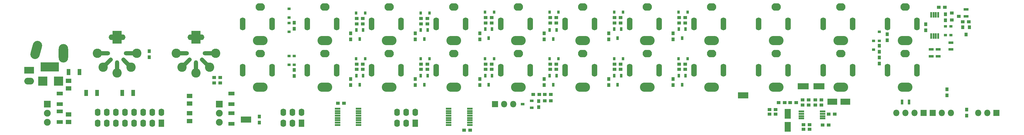
<source format=gbs>
G04 #@! TF.FileFunction,Soldermask,Bot*
%FSLAX46Y46*%
G04 Gerber Fmt 4.6, Leading zero omitted, Abs format (unit mm)*
G04 Created by KiCad (PCBNEW 4.0.2-stable) date 2019-06-10 2:57:16 PM*
%MOMM*%
G01*
G04 APERTURE LIST*
%ADD10C,0.200000*%
%ADD11R,1.000000X0.900000*%
%ADD12R,1.100000X1.700000*%
%ADD13R,1.700000X1.100000*%
%ADD14R,1.700000X2.700000*%
%ADD15R,3.100000X1.700000*%
%ADD16R,0.900000X1.000000*%
%ADD17R,2.700000X1.700000*%
%ADD18R,5.180000X2.640000*%
%ADD19O,2.640000X5.180000*%
%ADD20C,2.640000*%
%ADD21R,0.862000X0.709600*%
%ADD22R,0.709600X0.862000*%
%ADD23R,2.497760X2.497760*%
%ADD24R,1.600000X2.100000*%
%ADD25O,1.600000X2.100000*%
%ADD26O,4.100000X2.600000*%
%ADD27O,2.600000X2.100000*%
%ADD28O,1.600000X3.600000*%
%ADD29R,1.497000X1.243000*%
%ADD30R,2.700000X1.900000*%
%ADD31O,2.700000X1.900000*%
%ADD32R,1.800000X1.800000*%
%ADD33O,1.800000X1.800000*%
%ADD34R,0.801040X1.100760*%
%ADD35R,1.400000X0.800000*%
%ADD36R,2.900000X1.700000*%
%ADD37R,1.600000X0.550000*%
%ADD38C,2.600000*%
%ADD39R,2.600000X3.600000*%
%ADD40O,4.700000X1.550000*%
%ADD41O,4.400000X1.200000*%
%ADD42O,1.200000X4.400000*%
%ADD43C,1.200000*%
%ADD44R,1.900000X1.900000*%
%ADD45C,1.900000*%
%ADD46R,0.800000X1.400000*%
%ADD47R,1.100760X0.801040*%
%ADD48R,1.550000X0.550000*%
%ADD49R,0.550000X1.550000*%
G04 APERTURE END LIST*
D10*
D11*
X66150000Y-79000000D03*
X67850000Y-79000000D03*
X137600000Y-93750000D03*
X135900000Y-93750000D03*
X100650000Y-86250000D03*
X102350000Y-86250000D03*
D12*
X25500000Y-77500000D03*
X28500000Y-77500000D03*
D13*
X23000000Y-86500000D03*
X23000000Y-83500000D03*
X70950000Y-83500000D03*
X70950000Y-86500000D03*
X23000000Y-91500000D03*
X23000000Y-88500000D03*
X70950000Y-92000000D03*
X70950000Y-89000000D03*
D12*
X33400000Y-83300000D03*
X30400000Y-83300000D03*
X40500000Y-83300000D03*
X43500000Y-83300000D03*
D14*
X226250000Y-92800000D03*
X226250000Y-89200000D03*
D11*
X232350000Y-93500000D03*
X230650000Y-93500000D03*
X235950000Y-92300000D03*
X237650000Y-92300000D03*
X230400000Y-86750000D03*
X232100000Y-86750000D03*
D15*
X230550000Y-81500000D03*
X234950000Y-81500000D03*
D11*
X233900000Y-85250000D03*
X235600000Y-85250000D03*
X270050000Y-59400000D03*
X268350000Y-59400000D03*
D16*
X264750000Y-65800000D03*
X264750000Y-64100000D03*
D17*
X242300000Y-85750000D03*
X238700000Y-85750000D03*
D18*
X20250000Y-76060000D03*
D19*
X24060000Y-72250000D03*
D20*
X16768700Y-70023274D02*
X16111300Y-72476726D01*
D21*
X87000000Y-63755400D03*
X87000000Y-66244600D03*
X87000000Y-59755400D03*
X87000000Y-62244600D03*
X88500000Y-75494600D03*
X88500000Y-73005400D03*
X87000000Y-73005400D03*
X87000000Y-75494600D03*
D22*
X108244600Y-61000000D03*
X105755400Y-61000000D03*
X108244600Y-73750000D03*
X105755400Y-73750000D03*
X126244600Y-61000000D03*
X123755400Y-61000000D03*
X126244600Y-73750000D03*
X123755400Y-73750000D03*
X144244600Y-60750000D03*
X141755400Y-60750000D03*
X144244600Y-73750000D03*
X141755400Y-73750000D03*
X162244600Y-60750000D03*
X159755400Y-60750000D03*
X162244600Y-73750000D03*
X159755400Y-73750000D03*
X180244600Y-60750000D03*
X177755400Y-60750000D03*
X180244600Y-73750000D03*
X177755400Y-73750000D03*
X198244600Y-60750000D03*
X195755400Y-60750000D03*
X198244600Y-73750000D03*
X195755400Y-73750000D03*
D23*
X18300000Y-80040000D03*
X22699280Y-80040000D03*
D21*
X250200000Y-68755400D03*
X250200000Y-71244600D03*
X251750000Y-66255400D03*
X251750000Y-68744600D03*
X270250000Y-64705400D03*
X270250000Y-67194600D03*
X271750000Y-67194600D03*
X271750000Y-64705400D03*
D24*
X122290000Y-91770000D03*
D25*
X122290000Y-88730000D03*
X119750000Y-91770000D03*
X119750000Y-88730000D03*
X117210000Y-91770000D03*
X117210000Y-88730000D03*
D26*
X79000000Y-81700000D03*
D27*
X79000000Y-72300000D03*
D28*
X74100000Y-77000000D03*
X82300000Y-77000000D03*
D26*
X79000000Y-68700000D03*
D27*
X79000000Y-59300000D03*
D28*
X74100000Y-64000000D03*
X82300000Y-64000000D03*
D26*
X97000000Y-68700000D03*
D27*
X97000000Y-59300000D03*
D28*
X92100000Y-64000000D03*
X100300000Y-64000000D03*
D26*
X97000000Y-81700000D03*
D27*
X97000000Y-72300000D03*
D28*
X92100000Y-77000000D03*
X100300000Y-77000000D03*
D26*
X115000000Y-68700000D03*
D27*
X115000000Y-59300000D03*
D28*
X110100000Y-64000000D03*
X118300000Y-64000000D03*
D26*
X115000000Y-81700000D03*
D27*
X115000000Y-72300000D03*
D28*
X110100000Y-77000000D03*
X118300000Y-77000000D03*
D26*
X133000000Y-68700000D03*
D27*
X133000000Y-59300000D03*
D28*
X128100000Y-64000000D03*
X136300000Y-64000000D03*
D26*
X133000000Y-81700000D03*
D27*
X133000000Y-72300000D03*
D28*
X128100000Y-77000000D03*
X136300000Y-77000000D03*
D26*
X151000000Y-68700000D03*
D27*
X151000000Y-59300000D03*
D28*
X146100000Y-64000000D03*
X154300000Y-64000000D03*
D26*
X151000000Y-81700000D03*
D27*
X151000000Y-72300000D03*
D28*
X146100000Y-77000000D03*
X154300000Y-77000000D03*
D26*
X169000000Y-68700000D03*
D27*
X169000000Y-59300000D03*
D28*
X164100000Y-64000000D03*
X172300000Y-64000000D03*
D26*
X169000000Y-81700000D03*
D27*
X169000000Y-72300000D03*
D28*
X164100000Y-77000000D03*
X172300000Y-77000000D03*
D26*
X187000000Y-68700000D03*
D27*
X187000000Y-59300000D03*
D28*
X182100000Y-64000000D03*
X190300000Y-64000000D03*
D26*
X187000000Y-81700000D03*
D27*
X187000000Y-72300000D03*
D28*
X182100000Y-77000000D03*
X190300000Y-77000000D03*
D26*
X205000000Y-68700000D03*
D27*
X205000000Y-59300000D03*
D28*
X200100000Y-64000000D03*
X208300000Y-64000000D03*
D26*
X205000000Y-81700000D03*
D27*
X205000000Y-72300000D03*
D28*
X200100000Y-77000000D03*
X208300000Y-77000000D03*
D26*
X223000000Y-68700000D03*
D27*
X223000000Y-59300000D03*
D28*
X218100000Y-64000000D03*
X226300000Y-64000000D03*
D26*
X223000000Y-81700000D03*
D27*
X223000000Y-72300000D03*
D28*
X218100000Y-77000000D03*
X226300000Y-77000000D03*
D26*
X241000000Y-68700000D03*
D27*
X241000000Y-59300000D03*
D28*
X236100000Y-64000000D03*
X244300000Y-64000000D03*
D26*
X241000000Y-81700000D03*
D27*
X241000000Y-72300000D03*
D28*
X236100000Y-77000000D03*
X244300000Y-77000000D03*
D26*
X259000000Y-81700000D03*
D27*
X259000000Y-72300000D03*
D28*
X254100000Y-77000000D03*
X262300000Y-77000000D03*
D26*
X259000000Y-68700000D03*
D27*
X259000000Y-59300000D03*
D28*
X254100000Y-64000000D03*
X262300000Y-64000000D03*
D29*
X25500000Y-79920500D03*
X25500000Y-82079500D03*
X59250000Y-84170500D03*
X59250000Y-86329500D03*
X25500000Y-91479500D03*
X25500000Y-89320500D03*
X59250000Y-89020500D03*
X59250000Y-91179500D03*
D24*
X90540000Y-91770000D03*
D25*
X90540000Y-88730000D03*
X88000000Y-91770000D03*
X88000000Y-88730000D03*
X85460000Y-91770000D03*
X85460000Y-88730000D03*
D30*
X14500000Y-77000000D03*
D31*
X14500000Y-80040000D03*
D32*
X284480000Y-88900000D03*
D33*
X281940000Y-88900000D03*
X279400000Y-88900000D03*
D34*
X106750000Y-68270000D03*
X107702500Y-65730000D03*
X105797500Y-65730000D03*
X106750000Y-81020000D03*
X107702500Y-78480000D03*
X105797500Y-78480000D03*
X124750000Y-68270000D03*
X125702500Y-65730000D03*
X123797500Y-65730000D03*
X124750000Y-81020000D03*
X125702500Y-78480000D03*
X123797500Y-78480000D03*
X142750000Y-68020000D03*
X143702500Y-65480000D03*
X141797500Y-65480000D03*
X142750000Y-81020000D03*
X143702500Y-78480000D03*
X141797500Y-78480000D03*
X160750000Y-68270000D03*
X161702500Y-65730000D03*
X159797500Y-65730000D03*
X160750000Y-81020000D03*
X161702500Y-78480000D03*
X159797500Y-78480000D03*
X178750000Y-68020000D03*
X179702500Y-65480000D03*
X177797500Y-65480000D03*
X178750000Y-81020000D03*
X179702500Y-78480000D03*
X177797500Y-78480000D03*
X196750000Y-68020000D03*
X197702500Y-65480000D03*
X195797500Y-65480000D03*
X196750000Y-81020000D03*
X197702500Y-78480000D03*
X195797500Y-78480000D03*
D11*
X272000000Y-62900000D03*
X272000000Y-61000000D03*
X274000000Y-61950000D03*
D16*
X275050000Y-64950000D03*
X276950000Y-64950000D03*
X276000000Y-66950000D03*
X78750000Y-89900000D03*
X78750000Y-91600000D03*
D11*
X67850000Y-80500000D03*
X66150000Y-80500000D03*
D16*
X48000000Y-73350000D03*
X48000000Y-71650000D03*
X88500000Y-63650000D03*
X88500000Y-65350000D03*
X88500000Y-76900000D03*
X88500000Y-78600000D03*
D11*
X107600000Y-64000000D03*
X105900000Y-64000000D03*
X107600000Y-76750000D03*
X105900000Y-76750000D03*
X125600000Y-64000000D03*
X123900000Y-64000000D03*
X125600000Y-76750000D03*
X123900000Y-76750000D03*
X105900000Y-62500000D03*
X107600000Y-62500000D03*
X105900000Y-75250000D03*
X107600000Y-75250000D03*
X123900000Y-62500000D03*
X125600000Y-62500000D03*
X123900000Y-75250000D03*
X125600000Y-75250000D03*
D16*
X104250000Y-66650000D03*
X104250000Y-68350000D03*
X104250000Y-79400000D03*
X104250000Y-81100000D03*
X122250000Y-66650000D03*
X122250000Y-68350000D03*
X122250000Y-79400000D03*
X122250000Y-81100000D03*
D11*
X143600000Y-63750000D03*
X141900000Y-63750000D03*
X143600000Y-76750000D03*
X141900000Y-76750000D03*
X161600000Y-63750000D03*
X159900000Y-63750000D03*
X161600000Y-76750000D03*
X159900000Y-76750000D03*
X141900000Y-62250000D03*
X143600000Y-62250000D03*
X141900000Y-75250000D03*
X143600000Y-75250000D03*
X159900000Y-62250000D03*
X161600000Y-62250000D03*
X159900000Y-75250000D03*
X161600000Y-75250000D03*
D16*
X140250000Y-66650000D03*
X140250000Y-68350000D03*
X140250000Y-79400000D03*
X140250000Y-81100000D03*
X158250000Y-66650000D03*
X158250000Y-68350000D03*
X158250000Y-79400000D03*
X158250000Y-81100000D03*
D11*
X179600000Y-63750000D03*
X177900000Y-63750000D03*
X179600000Y-76750000D03*
X177900000Y-76750000D03*
X197600000Y-63750000D03*
X195900000Y-63750000D03*
X197600000Y-76750000D03*
X195900000Y-76750000D03*
X177900000Y-62250000D03*
X179600000Y-62250000D03*
X177900000Y-75250000D03*
X179600000Y-75250000D03*
X195900000Y-62250000D03*
X197600000Y-62250000D03*
X195900000Y-75250000D03*
X197600000Y-75250000D03*
D16*
X176250000Y-66650000D03*
X176250000Y-68350000D03*
X176250000Y-79400000D03*
X176250000Y-81100000D03*
X194250000Y-66650000D03*
X194250000Y-68350000D03*
X194250000Y-79400000D03*
X194250000Y-81100000D03*
D11*
X221150000Y-88000000D03*
X222850000Y-88000000D03*
X221150000Y-89250000D03*
X222850000Y-89250000D03*
X223650000Y-86000000D03*
X225350000Y-86000000D03*
X228600000Y-86000000D03*
X226900000Y-86000000D03*
X230650000Y-92250000D03*
X232350000Y-92250000D03*
X239350000Y-89250000D03*
X237650000Y-89250000D03*
X235600000Y-86750000D03*
X233900000Y-86750000D03*
X230400000Y-85250000D03*
X232100000Y-85250000D03*
D16*
X251750000Y-71850000D03*
X251750000Y-70150000D03*
X251750000Y-75100000D03*
X251750000Y-73400000D03*
X254000000Y-66900000D03*
X254000000Y-68600000D03*
X270700000Y-84050000D03*
X270700000Y-82350000D03*
X270250000Y-61350000D03*
X270250000Y-63050000D03*
D11*
X276750000Y-63400000D03*
X275050000Y-63400000D03*
D16*
X276200000Y-89650000D03*
X276200000Y-87950000D03*
D35*
X276000000Y-60000000D03*
X276000000Y-61900000D03*
X271750000Y-71150000D03*
X271750000Y-69250000D03*
X266300000Y-71150000D03*
X266300000Y-73050000D03*
X268200000Y-71150000D03*
X268200000Y-73050000D03*
D36*
X213750000Y-84000000D03*
X75000000Y-90750000D03*
D37*
X106450000Y-87725000D03*
X106450000Y-88375000D03*
X106450000Y-89025000D03*
X106450000Y-89675000D03*
X106450000Y-90325000D03*
X106450000Y-90975000D03*
X106450000Y-91625000D03*
X106450000Y-92275000D03*
X100550000Y-92275000D03*
X100550000Y-91625000D03*
X100550000Y-90975000D03*
X100550000Y-90325000D03*
X100550000Y-89675000D03*
X100550000Y-89025000D03*
X100550000Y-88375000D03*
X100550000Y-87725000D03*
X131550000Y-92275000D03*
X131550000Y-91625000D03*
X131550000Y-90975000D03*
X131550000Y-90325000D03*
X131550000Y-89675000D03*
X131550000Y-89025000D03*
X131550000Y-88375000D03*
X131550000Y-87725000D03*
X137450000Y-87725000D03*
X137450000Y-88375000D03*
X137450000Y-89025000D03*
X137450000Y-89675000D03*
X137450000Y-90325000D03*
X137450000Y-90975000D03*
X137450000Y-91625000D03*
X137450000Y-92275000D03*
D38*
X33500000Y-72250000D03*
X44500000Y-72250000D03*
X39000000Y-77750000D03*
D39*
X39000000Y-67750000D03*
D38*
X35110000Y-76140000D03*
X42890000Y-76140000D03*
D40*
X39000000Y-67750000D03*
D41*
X34900000Y-72250000D03*
X43100000Y-72250000D03*
D42*
X39000000Y-76350000D03*
D43*
X34968629Y-76281371D02*
X37231371Y-74018629D01*
X40768629Y-74018629D02*
X43031371Y-76281371D01*
D38*
X55500000Y-72250000D03*
X66500000Y-72250000D03*
X61000000Y-77750000D03*
D39*
X61000000Y-67750000D03*
D38*
X57110000Y-76140000D03*
X64890000Y-76140000D03*
D40*
X61000000Y-67750000D03*
D41*
X56900000Y-72250000D03*
X65100000Y-72250000D03*
D42*
X61000000Y-76350000D03*
D43*
X56968629Y-76281371D02*
X59231371Y-74018629D01*
X62768629Y-74018629D02*
X65031371Y-76281371D01*
D44*
X67530000Y-86460000D03*
D45*
X67530000Y-89000000D03*
X67530000Y-91540000D03*
D44*
X19580000Y-86460000D03*
D45*
X19580000Y-89000000D03*
X19580000Y-91540000D03*
D32*
X264160000Y-88900000D03*
D33*
X261620000Y-88900000D03*
X259080000Y-88900000D03*
X256540000Y-88900000D03*
D32*
X266700000Y-88900000D03*
D33*
X269240000Y-88900000D03*
X271780000Y-88900000D03*
D46*
X258150000Y-85900000D03*
X260050000Y-85900000D03*
D32*
X144500000Y-86500000D03*
D33*
X147040000Y-86500000D03*
X149580000Y-86500000D03*
D47*
X152230000Y-86500000D03*
X154770000Y-87452500D03*
X154770000Y-85547500D03*
D11*
X158400000Y-83750000D03*
X160100000Y-83750000D03*
X160100000Y-85500000D03*
X158400000Y-85500000D03*
D16*
X156750000Y-85650000D03*
X156750000Y-87350000D03*
D11*
X156850000Y-83750000D03*
X155150000Y-83750000D03*
D25*
X33610000Y-88730000D03*
X33610000Y-91770000D03*
X36150000Y-91770000D03*
X36150000Y-88730000D03*
X38690000Y-88730000D03*
X38690000Y-91770000D03*
X41230000Y-91770000D03*
X41230000Y-88730000D03*
X43770000Y-88730000D03*
X43770000Y-91770000D03*
D24*
X51390000Y-91770000D03*
D25*
X51390000Y-88730000D03*
X48850000Y-91770000D03*
X48850000Y-88730000D03*
X46310000Y-91770000D03*
X46310000Y-88730000D03*
D48*
X230050000Y-90475000D03*
X230050000Y-89825000D03*
X230050000Y-89175000D03*
X230050000Y-88525000D03*
X235950000Y-88525000D03*
X235950000Y-89175000D03*
X235950000Y-89825000D03*
X235950000Y-90475000D03*
D49*
X268225000Y-67400000D03*
X267575000Y-67400000D03*
X266925000Y-67400000D03*
X266275000Y-67400000D03*
X266275000Y-61500000D03*
X266925000Y-61500000D03*
X267575000Y-61500000D03*
X268225000Y-61500000D03*
M02*

</source>
